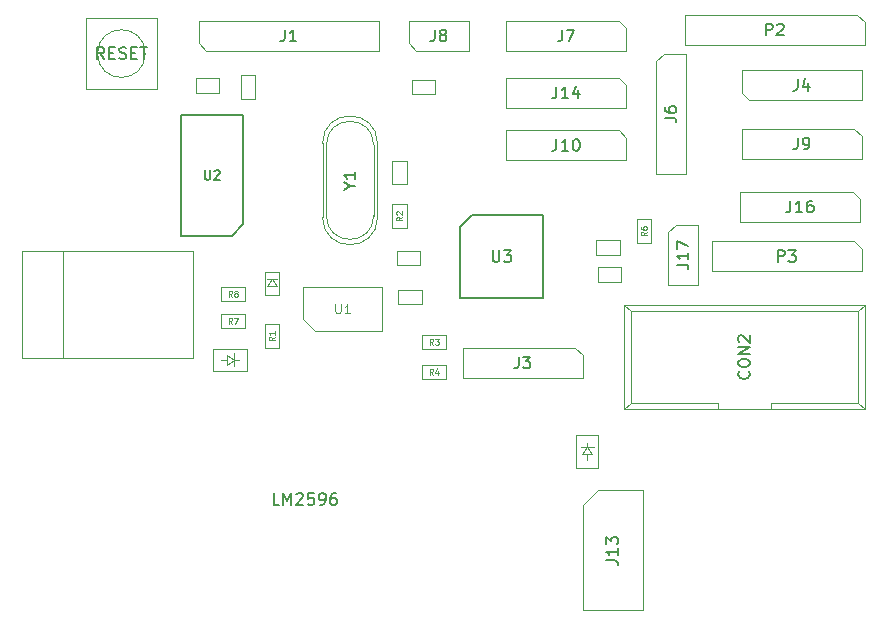
<source format=gbr>
G04 #@! TF.FileFunction,Other,Fab,Top*
%FSLAX46Y46*%
G04 Gerber Fmt 4.6, Leading zero omitted, Abs format (unit mm)*
G04 Created by KiCad (PCBNEW 4.0.2+dfsg1-stable) date Mon Nov  6 16:18:01 2017*
%MOMM*%
G01*
G04 APERTURE LIST*
%ADD10C,0.100000*%
%ADD11C,0.150000*%
%ADD12C,0.075000*%
%ADD13C,0.120000*%
G04 APERTURE END LIST*
D10*
X126492000Y-93726000D02*
X128397000Y-93726000D01*
X128397000Y-93726000D02*
X128397000Y-98806000D01*
X128397000Y-98806000D02*
X125857000Y-98806000D01*
X125857000Y-98806000D02*
X125857000Y-94361000D01*
X125857000Y-94361000D02*
X126492000Y-93726000D01*
D11*
X88899000Y-94635000D02*
X84599000Y-94635000D01*
X84599000Y-94635000D02*
X84599000Y-84435000D01*
X84599000Y-84435000D02*
X89899000Y-84435000D01*
X89899000Y-84435000D02*
X89899000Y-93635000D01*
X89899000Y-93635000D02*
X88899000Y-94635000D01*
D10*
X85868000Y-82535000D02*
X85868000Y-81295000D01*
X87868000Y-82535000D02*
X85868000Y-82535000D01*
X87868000Y-81295000D02*
X87868000Y-82535000D01*
X85868000Y-81295000D02*
X87868000Y-81295000D01*
X90917000Y-83042000D02*
X89677000Y-83042000D01*
X90917000Y-81042000D02*
X90917000Y-83042000D01*
X89677000Y-81042000D02*
X90917000Y-81042000D01*
X89677000Y-83042000D02*
X89677000Y-81042000D01*
X103744000Y-90281000D02*
X102504000Y-90281000D01*
X103744000Y-88281000D02*
X103744000Y-90281000D01*
X102504000Y-88281000D02*
X103744000Y-88281000D01*
X102504000Y-90281000D02*
X102504000Y-88281000D01*
X121777000Y-95011000D02*
X121777000Y-96251000D01*
X119777000Y-95011000D02*
X121777000Y-95011000D01*
X119777000Y-96251000D02*
X119777000Y-95011000D01*
X121777000Y-96251000D02*
X119777000Y-96251000D01*
X119904000Y-98537000D02*
X119904000Y-97297000D01*
X121904000Y-98537000D02*
X119904000Y-98537000D01*
X121904000Y-97297000D02*
X121904000Y-98537000D01*
X119904000Y-97297000D02*
X121904000Y-97297000D01*
X102886000Y-97140000D02*
X102886000Y-95900000D01*
X104886000Y-97140000D02*
X102886000Y-97140000D01*
X104886000Y-95900000D02*
X104886000Y-97140000D01*
X102886000Y-95900000D02*
X104886000Y-95900000D01*
X103013000Y-100442000D02*
X103013000Y-99202000D01*
X105013000Y-100442000D02*
X103013000Y-100442000D01*
X105013000Y-99202000D02*
X105013000Y-100442000D01*
X103013000Y-99202000D02*
X105013000Y-99202000D01*
X122154000Y-100477000D02*
X142514000Y-100477000D01*
X122694000Y-101027000D02*
X141954000Y-101027000D01*
X122154000Y-109327000D02*
X142514000Y-109327000D01*
X122694000Y-108777000D02*
X130084000Y-108777000D01*
X134584000Y-108777000D02*
X141954000Y-108777000D01*
X130084000Y-108777000D02*
X130084000Y-109327000D01*
X134584000Y-108777000D02*
X134584000Y-109327000D01*
X122154000Y-100477000D02*
X122154000Y-109327000D01*
X122694000Y-101027000D02*
X122694000Y-108777000D01*
X142514000Y-100477000D02*
X142514000Y-109327000D01*
X141954000Y-101027000D02*
X141954000Y-108777000D01*
X122154000Y-100477000D02*
X122694000Y-101027000D01*
X142514000Y-100477000D02*
X141954000Y-101027000D01*
X122154000Y-109327000D02*
X122694000Y-108777000D01*
X142514000Y-109327000D02*
X141954000Y-108777000D01*
X86106000Y-78359000D02*
X86106000Y-76454000D01*
X86106000Y-76454000D02*
X101346000Y-76454000D01*
X101346000Y-76454000D02*
X101346000Y-78994000D01*
X101346000Y-78994000D02*
X86741000Y-78994000D01*
X86741000Y-78994000D02*
X86106000Y-78359000D01*
X118618000Y-104775000D02*
X118618000Y-106680000D01*
X118618000Y-106680000D02*
X108458000Y-106680000D01*
X108458000Y-106680000D02*
X108458000Y-104140000D01*
X108458000Y-104140000D02*
X117983000Y-104140000D01*
X117983000Y-104140000D02*
X118618000Y-104775000D01*
X125476000Y-79248000D02*
X127381000Y-79248000D01*
X127381000Y-79248000D02*
X127381000Y-89408000D01*
X127381000Y-89408000D02*
X124841000Y-89408000D01*
X124841000Y-89408000D02*
X124841000Y-79883000D01*
X124841000Y-79883000D02*
X125476000Y-79248000D01*
X122301000Y-77089000D02*
X122301000Y-78994000D01*
X122301000Y-78994000D02*
X112141000Y-78994000D01*
X112141000Y-78994000D02*
X112141000Y-76454000D01*
X112141000Y-76454000D02*
X121666000Y-76454000D01*
X121666000Y-76454000D02*
X122301000Y-77089000D01*
X103886000Y-78359000D02*
X103886000Y-76454000D01*
X103886000Y-76454000D02*
X108966000Y-76454000D01*
X108966000Y-76454000D02*
X108966000Y-78994000D01*
X108966000Y-78994000D02*
X104521000Y-78994000D01*
X104521000Y-78994000D02*
X103886000Y-78359000D01*
X122301000Y-86360000D02*
X122301000Y-88265000D01*
X122301000Y-88265000D02*
X112141000Y-88265000D01*
X112141000Y-88265000D02*
X112141000Y-85725000D01*
X112141000Y-85725000D02*
X121666000Y-85725000D01*
X121666000Y-85725000D02*
X122301000Y-86360000D01*
X119888000Y-116205000D02*
X123698000Y-116205000D01*
X123698000Y-116205000D02*
X123698000Y-126365000D01*
X123698000Y-126365000D02*
X118618000Y-126365000D01*
X118618000Y-126365000D02*
X118618000Y-117475000D01*
X118618000Y-117475000D02*
X119888000Y-116205000D01*
X122301000Y-81915000D02*
X122301000Y-83820000D01*
X122301000Y-83820000D02*
X112141000Y-83820000D01*
X112141000Y-83820000D02*
X112141000Y-81280000D01*
X112141000Y-81280000D02*
X121666000Y-81280000D01*
X121666000Y-81280000D02*
X122301000Y-81915000D01*
X142113000Y-91567000D02*
X142113000Y-93472000D01*
X142113000Y-93472000D02*
X131953000Y-93472000D01*
X131953000Y-93472000D02*
X131953000Y-90932000D01*
X131953000Y-90932000D02*
X141478000Y-90932000D01*
X141478000Y-90932000D02*
X142113000Y-91567000D01*
X91709000Y-102124000D02*
X92949000Y-102124000D01*
X91709000Y-104124000D02*
X91709000Y-102124000D01*
X92949000Y-104124000D02*
X91709000Y-104124000D01*
X92949000Y-102124000D02*
X92949000Y-104124000D01*
X103744000Y-93964000D02*
X102504000Y-93964000D01*
X103744000Y-91964000D02*
X103744000Y-93964000D01*
X102504000Y-91964000D02*
X103744000Y-91964000D01*
X102504000Y-93964000D02*
X102504000Y-91964000D01*
X105045000Y-104252000D02*
X105045000Y-103012000D01*
X107045000Y-104252000D02*
X105045000Y-104252000D01*
X107045000Y-103012000D02*
X107045000Y-104252000D01*
X105045000Y-103012000D02*
X107045000Y-103012000D01*
X105045000Y-106792000D02*
X105045000Y-105552000D01*
X107045000Y-106792000D02*
X105045000Y-106792000D01*
X107045000Y-105552000D02*
X107045000Y-106792000D01*
X105045000Y-105552000D02*
X107045000Y-105552000D01*
X104156000Y-82662000D02*
X104156000Y-81422000D01*
X106156000Y-82662000D02*
X104156000Y-82662000D01*
X106156000Y-81422000D02*
X106156000Y-82662000D01*
X104156000Y-81422000D02*
X106156000Y-81422000D01*
X123205000Y-93234000D02*
X124445000Y-93234000D01*
X123205000Y-95234000D02*
X123205000Y-93234000D01*
X124445000Y-95234000D02*
X123205000Y-95234000D01*
X124445000Y-93234000D02*
X124445000Y-95234000D01*
X88027000Y-102474000D02*
X88027000Y-101234000D01*
X90027000Y-102474000D02*
X88027000Y-102474000D01*
X90027000Y-101234000D02*
X90027000Y-102474000D01*
X88027000Y-101234000D02*
X90027000Y-101234000D01*
X90027000Y-98948000D02*
X90027000Y-100188000D01*
X88027000Y-98948000D02*
X90027000Y-98948000D01*
X88027000Y-100188000D02*
X88027000Y-98948000D01*
X90027000Y-100188000D02*
X88027000Y-100188000D01*
X95948000Y-102688000D02*
X94948000Y-101688000D01*
X95948000Y-102688000D02*
X101648000Y-102688000D01*
X94948000Y-101688000D02*
X94948000Y-98988000D01*
X101648000Y-102688000D02*
X101648000Y-98988000D01*
X94948000Y-98988000D02*
X101648000Y-98988000D01*
D11*
X109260000Y-92893000D02*
X115260000Y-92893000D01*
X115260000Y-92893000D02*
X115260000Y-99893000D01*
X115260000Y-99893000D02*
X108260000Y-99893000D01*
X108260000Y-99893000D02*
X108260000Y-93893000D01*
X108260000Y-93893000D02*
X109260000Y-92893000D01*
D10*
X101258000Y-86818000D02*
X101258000Y-93068000D01*
X96608000Y-86818000D02*
X96608000Y-93068000D01*
X100933000Y-86943000D02*
X100933000Y-92943000D01*
X96933000Y-86943000D02*
X96933000Y-92943000D01*
X96608000Y-86818000D02*
G75*
G02X101258000Y-86818000I2325000J0D01*
G01*
X96608000Y-93068000D02*
G75*
G03X101258000Y-93068000I2325000J0D01*
G01*
X96933000Y-86943000D02*
G75*
G02X100933000Y-86943000I2000000J0D01*
G01*
X96933000Y-92943000D02*
G75*
G03X100933000Y-92943000I2000000J0D01*
G01*
X92729000Y-98279000D02*
X91929000Y-98279000D01*
X92329000Y-98279000D02*
X92729000Y-98879000D01*
X91929000Y-98879000D02*
X92329000Y-98279000D01*
X92729000Y-98879000D02*
X91929000Y-98879000D01*
X91729000Y-99679000D02*
X91729000Y-97679000D01*
X92929000Y-99679000D02*
X91729000Y-99679000D01*
X92929000Y-97679000D02*
X92929000Y-99679000D01*
X91729000Y-97679000D02*
X92929000Y-97679000D01*
X118999000Y-113153000D02*
X118999000Y-113653000D01*
X118599000Y-113153000D02*
X118999000Y-112553000D01*
X119399000Y-113153000D02*
X118599000Y-113153000D01*
X118999000Y-112553000D02*
X119399000Y-113153000D01*
X118999000Y-112553000D02*
X118449000Y-112553000D01*
X118999000Y-112553000D02*
X119549000Y-112553000D01*
X118999000Y-112153000D02*
X118999000Y-112553000D01*
X118099000Y-111503000D02*
X119899000Y-111503000D01*
X118099000Y-114303000D02*
X118099000Y-111503000D01*
X119899000Y-114303000D02*
X118099000Y-114303000D01*
X119899000Y-111503000D02*
X119899000Y-114303000D01*
X74636000Y-95957000D02*
X74636000Y-104957000D01*
X71136000Y-95957000D02*
X71136000Y-104957000D01*
X71136000Y-104957000D02*
X85636000Y-104957000D01*
X85636000Y-104957000D02*
X85636000Y-95957000D01*
X85636000Y-95957000D02*
X71136000Y-95957000D01*
X132080000Y-82550000D02*
X132080000Y-80645000D01*
X132080000Y-80645000D02*
X142240000Y-80645000D01*
X142240000Y-80645000D02*
X142240000Y-83185000D01*
X142240000Y-83185000D02*
X132715000Y-83185000D01*
X132715000Y-83185000D02*
X132080000Y-82550000D01*
X142240000Y-86233000D02*
X142240000Y-88138000D01*
X142240000Y-88138000D02*
X132080000Y-88138000D01*
X132080000Y-88138000D02*
X132080000Y-85598000D01*
X132080000Y-85598000D02*
X141605000Y-85598000D01*
X141605000Y-85598000D02*
X142240000Y-86233000D01*
X79577000Y-76212000D02*
X82577000Y-76212000D01*
X82577000Y-76212000D02*
X82577000Y-82212000D01*
X82577000Y-82212000D02*
X76577000Y-82212000D01*
X76577000Y-82212000D02*
X76577000Y-76212000D01*
X76577000Y-76212000D02*
X79577000Y-76212000D01*
X81592564Y-79212000D02*
G75*
G03X81592564Y-79212000I-2015564J0D01*
G01*
X88523000Y-105156000D02*
X88023000Y-105156000D01*
X88523000Y-104756000D02*
X89123000Y-105156000D01*
X88523000Y-105556000D02*
X88523000Y-104756000D01*
X89123000Y-105156000D02*
X88523000Y-105556000D01*
X89123000Y-105156000D02*
X89123000Y-104606000D01*
X89123000Y-105156000D02*
X89123000Y-105706000D01*
X89523000Y-105156000D02*
X89123000Y-105156000D01*
X90173000Y-104256000D02*
X90173000Y-106056000D01*
X87373000Y-104256000D02*
X90173000Y-104256000D01*
X87373000Y-106056000D02*
X87373000Y-104256000D01*
X90173000Y-106056000D02*
X87373000Y-106056000D01*
X142494000Y-76581000D02*
X142494000Y-78486000D01*
X142494000Y-78486000D02*
X127254000Y-78486000D01*
X127254000Y-78486000D02*
X127254000Y-75946000D01*
X127254000Y-75946000D02*
X141859000Y-75946000D01*
X141859000Y-75946000D02*
X142494000Y-76581000D01*
X142240000Y-95758000D02*
X142240000Y-97663000D01*
X142240000Y-97663000D02*
X129540000Y-97663000D01*
X129540000Y-97663000D02*
X129540000Y-95123000D01*
X129540000Y-95123000D02*
X141605000Y-95123000D01*
X141605000Y-95123000D02*
X142240000Y-95758000D01*
D11*
X92956334Y-117419381D02*
X92480143Y-117419381D01*
X92480143Y-116419381D01*
X93289667Y-117419381D02*
X93289667Y-116419381D01*
X93623001Y-117133667D01*
X93956334Y-116419381D01*
X93956334Y-117419381D01*
X94384905Y-116514619D02*
X94432524Y-116467000D01*
X94527762Y-116419381D01*
X94765858Y-116419381D01*
X94861096Y-116467000D01*
X94908715Y-116514619D01*
X94956334Y-116609857D01*
X94956334Y-116705095D01*
X94908715Y-116847952D01*
X94337286Y-117419381D01*
X94956334Y-117419381D01*
X95861096Y-116419381D02*
X95384905Y-116419381D01*
X95337286Y-116895571D01*
X95384905Y-116847952D01*
X95480143Y-116800333D01*
X95718239Y-116800333D01*
X95813477Y-116847952D01*
X95861096Y-116895571D01*
X95908715Y-116990810D01*
X95908715Y-117228905D01*
X95861096Y-117324143D01*
X95813477Y-117371762D01*
X95718239Y-117419381D01*
X95480143Y-117419381D01*
X95384905Y-117371762D01*
X95337286Y-117324143D01*
X96384905Y-117419381D02*
X96575381Y-117419381D01*
X96670620Y-117371762D01*
X96718239Y-117324143D01*
X96813477Y-117181286D01*
X96861096Y-116990810D01*
X96861096Y-116609857D01*
X96813477Y-116514619D01*
X96765858Y-116467000D01*
X96670620Y-116419381D01*
X96480143Y-116419381D01*
X96384905Y-116467000D01*
X96337286Y-116514619D01*
X96289667Y-116609857D01*
X96289667Y-116847952D01*
X96337286Y-116943190D01*
X96384905Y-116990810D01*
X96480143Y-117038429D01*
X96670620Y-117038429D01*
X96765858Y-116990810D01*
X96813477Y-116943190D01*
X96861096Y-116847952D01*
X97718239Y-116419381D02*
X97527762Y-116419381D01*
X97432524Y-116467000D01*
X97384905Y-116514619D01*
X97289667Y-116657476D01*
X97242048Y-116847952D01*
X97242048Y-117228905D01*
X97289667Y-117324143D01*
X97337286Y-117371762D01*
X97432524Y-117419381D01*
X97623001Y-117419381D01*
X97718239Y-117371762D01*
X97765858Y-117324143D01*
X97813477Y-117228905D01*
X97813477Y-116990810D01*
X97765858Y-116895571D01*
X97718239Y-116847952D01*
X97623001Y-116800333D01*
X97432524Y-116800333D01*
X97337286Y-116847952D01*
X97289667Y-116895571D01*
X97242048Y-116990810D01*
X126579381Y-97075523D02*
X127293667Y-97075523D01*
X127436524Y-97123143D01*
X127531762Y-97218381D01*
X127579381Y-97361238D01*
X127579381Y-97456476D01*
X127579381Y-96075523D02*
X127579381Y-96646952D01*
X127579381Y-96361238D02*
X126579381Y-96361238D01*
X126722238Y-96456476D01*
X126817476Y-96551714D01*
X126865095Y-96646952D01*
X126579381Y-95742190D02*
X126579381Y-95075523D01*
X127579381Y-95504095D01*
X86639476Y-89096905D02*
X86639476Y-89744524D01*
X86677571Y-89820714D01*
X86715667Y-89858810D01*
X86791857Y-89896905D01*
X86944238Y-89896905D01*
X87020429Y-89858810D01*
X87058524Y-89820714D01*
X87096619Y-89744524D01*
X87096619Y-89096905D01*
X87439476Y-89173095D02*
X87477571Y-89135000D01*
X87553762Y-89096905D01*
X87744238Y-89096905D01*
X87820428Y-89135000D01*
X87858524Y-89173095D01*
X87896619Y-89249286D01*
X87896619Y-89325476D01*
X87858524Y-89439762D01*
X87401381Y-89896905D01*
X87896619Y-89896905D01*
X132691143Y-106116285D02*
X132738762Y-106163904D01*
X132786381Y-106306761D01*
X132786381Y-106401999D01*
X132738762Y-106544857D01*
X132643524Y-106640095D01*
X132548286Y-106687714D01*
X132357810Y-106735333D01*
X132214952Y-106735333D01*
X132024476Y-106687714D01*
X131929238Y-106640095D01*
X131834000Y-106544857D01*
X131786381Y-106401999D01*
X131786381Y-106306761D01*
X131834000Y-106163904D01*
X131881619Y-106116285D01*
X131786381Y-105497238D02*
X131786381Y-105306761D01*
X131834000Y-105211523D01*
X131929238Y-105116285D01*
X132119714Y-105068666D01*
X132453048Y-105068666D01*
X132643524Y-105116285D01*
X132738762Y-105211523D01*
X132786381Y-105306761D01*
X132786381Y-105497238D01*
X132738762Y-105592476D01*
X132643524Y-105687714D01*
X132453048Y-105735333D01*
X132119714Y-105735333D01*
X131929238Y-105687714D01*
X131834000Y-105592476D01*
X131786381Y-105497238D01*
X132786381Y-104640095D02*
X131786381Y-104640095D01*
X132786381Y-104068666D01*
X131786381Y-104068666D01*
X131881619Y-103640095D02*
X131834000Y-103592476D01*
X131786381Y-103497238D01*
X131786381Y-103259142D01*
X131834000Y-103163904D01*
X131881619Y-103116285D01*
X131976857Y-103068666D01*
X132072095Y-103068666D01*
X132214952Y-103116285D01*
X132786381Y-103687714D01*
X132786381Y-103068666D01*
X93392667Y-77176381D02*
X93392667Y-77890667D01*
X93345047Y-78033524D01*
X93249809Y-78128762D01*
X93106952Y-78176381D01*
X93011714Y-78176381D01*
X94392667Y-78176381D02*
X93821238Y-78176381D01*
X94106952Y-78176381D02*
X94106952Y-77176381D01*
X94011714Y-77319238D01*
X93916476Y-77414476D01*
X93821238Y-77462095D01*
X113204667Y-104862381D02*
X113204667Y-105576667D01*
X113157047Y-105719524D01*
X113061809Y-105814762D01*
X112918952Y-105862381D01*
X112823714Y-105862381D01*
X113585619Y-104862381D02*
X114204667Y-104862381D01*
X113871333Y-105243333D01*
X114014191Y-105243333D01*
X114109429Y-105290952D01*
X114157048Y-105338571D01*
X114204667Y-105433810D01*
X114204667Y-105671905D01*
X114157048Y-105767143D01*
X114109429Y-105814762D01*
X114014191Y-105862381D01*
X113728476Y-105862381D01*
X113633238Y-105814762D01*
X113585619Y-105767143D01*
X125563381Y-84661333D02*
X126277667Y-84661333D01*
X126420524Y-84708953D01*
X126515762Y-84804191D01*
X126563381Y-84947048D01*
X126563381Y-85042286D01*
X125563381Y-83756571D02*
X125563381Y-83947048D01*
X125611000Y-84042286D01*
X125658619Y-84089905D01*
X125801476Y-84185143D01*
X125991952Y-84232762D01*
X126372905Y-84232762D01*
X126468143Y-84185143D01*
X126515762Y-84137524D01*
X126563381Y-84042286D01*
X126563381Y-83851809D01*
X126515762Y-83756571D01*
X126468143Y-83708952D01*
X126372905Y-83661333D01*
X126134810Y-83661333D01*
X126039571Y-83708952D01*
X125991952Y-83756571D01*
X125944333Y-83851809D01*
X125944333Y-84042286D01*
X125991952Y-84137524D01*
X126039571Y-84185143D01*
X126134810Y-84232762D01*
X116887667Y-77176381D02*
X116887667Y-77890667D01*
X116840047Y-78033524D01*
X116744809Y-78128762D01*
X116601952Y-78176381D01*
X116506714Y-78176381D01*
X117268619Y-77176381D02*
X117935286Y-77176381D01*
X117506714Y-78176381D01*
X106092667Y-77176381D02*
X106092667Y-77890667D01*
X106045047Y-78033524D01*
X105949809Y-78128762D01*
X105806952Y-78176381D01*
X105711714Y-78176381D01*
X106711714Y-77604952D02*
X106616476Y-77557333D01*
X106568857Y-77509714D01*
X106521238Y-77414476D01*
X106521238Y-77366857D01*
X106568857Y-77271619D01*
X106616476Y-77224000D01*
X106711714Y-77176381D01*
X106902191Y-77176381D01*
X106997429Y-77224000D01*
X107045048Y-77271619D01*
X107092667Y-77366857D01*
X107092667Y-77414476D01*
X107045048Y-77509714D01*
X106997429Y-77557333D01*
X106902191Y-77604952D01*
X106711714Y-77604952D01*
X106616476Y-77652571D01*
X106568857Y-77700190D01*
X106521238Y-77795429D01*
X106521238Y-77985905D01*
X106568857Y-78081143D01*
X106616476Y-78128762D01*
X106711714Y-78176381D01*
X106902191Y-78176381D01*
X106997429Y-78128762D01*
X107045048Y-78081143D01*
X107092667Y-77985905D01*
X107092667Y-77795429D01*
X107045048Y-77700190D01*
X106997429Y-77652571D01*
X106902191Y-77604952D01*
X116411477Y-86447381D02*
X116411477Y-87161667D01*
X116363857Y-87304524D01*
X116268619Y-87399762D01*
X116125762Y-87447381D01*
X116030524Y-87447381D01*
X117411477Y-87447381D02*
X116840048Y-87447381D01*
X117125762Y-87447381D02*
X117125762Y-86447381D01*
X117030524Y-86590238D01*
X116935286Y-86685476D01*
X116840048Y-86733095D01*
X118030524Y-86447381D02*
X118125763Y-86447381D01*
X118221001Y-86495000D01*
X118268620Y-86542619D01*
X118316239Y-86637857D01*
X118363858Y-86828333D01*
X118363858Y-87066429D01*
X118316239Y-87256905D01*
X118268620Y-87352143D01*
X118221001Y-87399762D01*
X118125763Y-87447381D01*
X118030524Y-87447381D01*
X117935286Y-87399762D01*
X117887667Y-87352143D01*
X117840048Y-87256905D01*
X117792429Y-87066429D01*
X117792429Y-86828333D01*
X117840048Y-86637857D01*
X117887667Y-86542619D01*
X117935286Y-86495000D01*
X118030524Y-86447381D01*
X120610381Y-122094523D02*
X121324667Y-122094523D01*
X121467524Y-122142143D01*
X121562762Y-122237381D01*
X121610381Y-122380238D01*
X121610381Y-122475476D01*
X121610381Y-121094523D02*
X121610381Y-121665952D01*
X121610381Y-121380238D02*
X120610381Y-121380238D01*
X120753238Y-121475476D01*
X120848476Y-121570714D01*
X120896095Y-121665952D01*
X120610381Y-120761190D02*
X120610381Y-120142142D01*
X120991333Y-120475476D01*
X120991333Y-120332618D01*
X121038952Y-120237380D01*
X121086571Y-120189761D01*
X121181810Y-120142142D01*
X121419905Y-120142142D01*
X121515143Y-120189761D01*
X121562762Y-120237380D01*
X121610381Y-120332618D01*
X121610381Y-120618333D01*
X121562762Y-120713571D01*
X121515143Y-120761190D01*
X116411477Y-82002381D02*
X116411477Y-82716667D01*
X116363857Y-82859524D01*
X116268619Y-82954762D01*
X116125762Y-83002381D01*
X116030524Y-83002381D01*
X117411477Y-83002381D02*
X116840048Y-83002381D01*
X117125762Y-83002381D02*
X117125762Y-82002381D01*
X117030524Y-82145238D01*
X116935286Y-82240476D01*
X116840048Y-82288095D01*
X118268620Y-82335714D02*
X118268620Y-83002381D01*
X118030524Y-81954762D02*
X117792429Y-82669048D01*
X118411477Y-82669048D01*
X136223477Y-91654381D02*
X136223477Y-92368667D01*
X136175857Y-92511524D01*
X136080619Y-92606762D01*
X135937762Y-92654381D01*
X135842524Y-92654381D01*
X137223477Y-92654381D02*
X136652048Y-92654381D01*
X136937762Y-92654381D02*
X136937762Y-91654381D01*
X136842524Y-91797238D01*
X136747286Y-91892476D01*
X136652048Y-91940095D01*
X138080620Y-91654381D02*
X137890143Y-91654381D01*
X137794905Y-91702000D01*
X137747286Y-91749619D01*
X137652048Y-91892476D01*
X137604429Y-92082952D01*
X137604429Y-92463905D01*
X137652048Y-92559143D01*
X137699667Y-92606762D01*
X137794905Y-92654381D01*
X137985382Y-92654381D01*
X138080620Y-92606762D01*
X138128239Y-92559143D01*
X138175858Y-92463905D01*
X138175858Y-92225810D01*
X138128239Y-92130571D01*
X138080620Y-92082952D01*
X137985382Y-92035333D01*
X137794905Y-92035333D01*
X137699667Y-92082952D01*
X137652048Y-92130571D01*
X137604429Y-92225810D01*
D12*
X92555190Y-103207333D02*
X92317095Y-103374000D01*
X92555190Y-103493047D02*
X92055190Y-103493047D01*
X92055190Y-103302571D01*
X92079000Y-103254952D01*
X92102810Y-103231143D01*
X92150429Y-103207333D01*
X92221857Y-103207333D01*
X92269476Y-103231143D01*
X92293286Y-103254952D01*
X92317095Y-103302571D01*
X92317095Y-103493047D01*
X92555190Y-102731143D02*
X92555190Y-103016857D01*
X92555190Y-102874000D02*
X92055190Y-102874000D01*
X92126619Y-102921619D01*
X92174238Y-102969238D01*
X92198048Y-103016857D01*
X103350190Y-93047333D02*
X103112095Y-93214000D01*
X103350190Y-93333047D02*
X102850190Y-93333047D01*
X102850190Y-93142571D01*
X102874000Y-93094952D01*
X102897810Y-93071143D01*
X102945429Y-93047333D01*
X103016857Y-93047333D01*
X103064476Y-93071143D01*
X103088286Y-93094952D01*
X103112095Y-93142571D01*
X103112095Y-93333047D01*
X102897810Y-92856857D02*
X102874000Y-92833047D01*
X102850190Y-92785428D01*
X102850190Y-92666381D01*
X102874000Y-92618762D01*
X102897810Y-92594952D01*
X102945429Y-92571143D01*
X102993048Y-92571143D01*
X103064476Y-92594952D01*
X103350190Y-92880666D01*
X103350190Y-92571143D01*
X105961667Y-103858190D02*
X105795000Y-103620095D01*
X105675953Y-103858190D02*
X105675953Y-103358190D01*
X105866429Y-103358190D01*
X105914048Y-103382000D01*
X105937857Y-103405810D01*
X105961667Y-103453429D01*
X105961667Y-103524857D01*
X105937857Y-103572476D01*
X105914048Y-103596286D01*
X105866429Y-103620095D01*
X105675953Y-103620095D01*
X106128334Y-103358190D02*
X106437857Y-103358190D01*
X106271191Y-103548667D01*
X106342619Y-103548667D01*
X106390238Y-103572476D01*
X106414048Y-103596286D01*
X106437857Y-103643905D01*
X106437857Y-103762952D01*
X106414048Y-103810571D01*
X106390238Y-103834381D01*
X106342619Y-103858190D01*
X106199762Y-103858190D01*
X106152143Y-103834381D01*
X106128334Y-103810571D01*
X105961667Y-106398190D02*
X105795000Y-106160095D01*
X105675953Y-106398190D02*
X105675953Y-105898190D01*
X105866429Y-105898190D01*
X105914048Y-105922000D01*
X105937857Y-105945810D01*
X105961667Y-105993429D01*
X105961667Y-106064857D01*
X105937857Y-106112476D01*
X105914048Y-106136286D01*
X105866429Y-106160095D01*
X105675953Y-106160095D01*
X106390238Y-106064857D02*
X106390238Y-106398190D01*
X106271191Y-105874381D02*
X106152143Y-106231524D01*
X106461667Y-106231524D01*
X124051190Y-94317333D02*
X123813095Y-94484000D01*
X124051190Y-94603047D02*
X123551190Y-94603047D01*
X123551190Y-94412571D01*
X123575000Y-94364952D01*
X123598810Y-94341143D01*
X123646429Y-94317333D01*
X123717857Y-94317333D01*
X123765476Y-94341143D01*
X123789286Y-94364952D01*
X123813095Y-94412571D01*
X123813095Y-94603047D01*
X123551190Y-93888762D02*
X123551190Y-93984000D01*
X123575000Y-94031619D01*
X123598810Y-94055428D01*
X123670238Y-94103047D01*
X123765476Y-94126857D01*
X123955952Y-94126857D01*
X124003571Y-94103047D01*
X124027381Y-94079238D01*
X124051190Y-94031619D01*
X124051190Y-93936381D01*
X124027381Y-93888762D01*
X124003571Y-93864952D01*
X123955952Y-93841143D01*
X123836905Y-93841143D01*
X123789286Y-93864952D01*
X123765476Y-93888762D01*
X123741667Y-93936381D01*
X123741667Y-94031619D01*
X123765476Y-94079238D01*
X123789286Y-94103047D01*
X123836905Y-94126857D01*
X88943667Y-102080190D02*
X88777000Y-101842095D01*
X88657953Y-102080190D02*
X88657953Y-101580190D01*
X88848429Y-101580190D01*
X88896048Y-101604000D01*
X88919857Y-101627810D01*
X88943667Y-101675429D01*
X88943667Y-101746857D01*
X88919857Y-101794476D01*
X88896048Y-101818286D01*
X88848429Y-101842095D01*
X88657953Y-101842095D01*
X89110334Y-101580190D02*
X89443667Y-101580190D01*
X89229381Y-102080190D01*
X88943667Y-99794190D02*
X88777000Y-99556095D01*
X88657953Y-99794190D02*
X88657953Y-99294190D01*
X88848429Y-99294190D01*
X88896048Y-99318000D01*
X88919857Y-99341810D01*
X88943667Y-99389429D01*
X88943667Y-99460857D01*
X88919857Y-99508476D01*
X88896048Y-99532286D01*
X88848429Y-99556095D01*
X88657953Y-99556095D01*
X89229381Y-99508476D02*
X89181762Y-99484667D01*
X89157953Y-99460857D01*
X89134143Y-99413238D01*
X89134143Y-99389429D01*
X89157953Y-99341810D01*
X89181762Y-99318000D01*
X89229381Y-99294190D01*
X89324619Y-99294190D01*
X89372238Y-99318000D01*
X89396048Y-99341810D01*
X89419857Y-99389429D01*
X89419857Y-99413238D01*
X89396048Y-99460857D01*
X89372238Y-99484667D01*
X89324619Y-99508476D01*
X89229381Y-99508476D01*
X89181762Y-99532286D01*
X89157953Y-99556095D01*
X89134143Y-99603714D01*
X89134143Y-99698952D01*
X89157953Y-99746571D01*
X89181762Y-99770381D01*
X89229381Y-99794190D01*
X89324619Y-99794190D01*
X89372238Y-99770381D01*
X89396048Y-99746571D01*
X89419857Y-99698952D01*
X89419857Y-99603714D01*
X89396048Y-99556095D01*
X89372238Y-99532286D01*
X89324619Y-99508476D01*
D13*
X97688476Y-100399905D02*
X97688476Y-101047524D01*
X97726571Y-101123714D01*
X97764667Y-101161810D01*
X97840857Y-101199905D01*
X97993238Y-101199905D01*
X98069429Y-101161810D01*
X98107524Y-101123714D01*
X98145619Y-101047524D01*
X98145619Y-100399905D01*
X98945619Y-101199905D02*
X98488476Y-101199905D01*
X98717047Y-101199905D02*
X98717047Y-100399905D01*
X98640857Y-100514190D01*
X98564666Y-100590381D01*
X98488476Y-100628476D01*
D11*
X110998095Y-95845381D02*
X110998095Y-96654905D01*
X111045714Y-96750143D01*
X111093333Y-96797762D01*
X111188571Y-96845381D01*
X111379048Y-96845381D01*
X111474286Y-96797762D01*
X111521905Y-96750143D01*
X111569524Y-96654905D01*
X111569524Y-95845381D01*
X111950476Y-95845381D02*
X112569524Y-95845381D01*
X112236190Y-96226333D01*
X112379048Y-96226333D01*
X112474286Y-96273952D01*
X112521905Y-96321571D01*
X112569524Y-96416810D01*
X112569524Y-96654905D01*
X112521905Y-96750143D01*
X112474286Y-96797762D01*
X112379048Y-96845381D01*
X112093333Y-96845381D01*
X111998095Y-96797762D01*
X111950476Y-96750143D01*
X98909190Y-90419191D02*
X99385381Y-90419191D01*
X98385381Y-90752524D02*
X98909190Y-90419191D01*
X98385381Y-90085857D01*
X99385381Y-89228714D02*
X99385381Y-89800143D01*
X99385381Y-89514429D02*
X98385381Y-89514429D01*
X98528238Y-89609667D01*
X98623476Y-89704905D01*
X98671095Y-89800143D01*
X136826667Y-81367381D02*
X136826667Y-82081667D01*
X136779047Y-82224524D01*
X136683809Y-82319762D01*
X136540952Y-82367381D01*
X136445714Y-82367381D01*
X137731429Y-81700714D02*
X137731429Y-82367381D01*
X137493333Y-81319762D02*
X137255238Y-82034048D01*
X137874286Y-82034048D01*
X136826667Y-86320381D02*
X136826667Y-87034667D01*
X136779047Y-87177524D01*
X136683809Y-87272762D01*
X136540952Y-87320381D01*
X136445714Y-87320381D01*
X137350476Y-87320381D02*
X137540952Y-87320381D01*
X137636191Y-87272762D01*
X137683810Y-87225143D01*
X137779048Y-87082286D01*
X137826667Y-86891810D01*
X137826667Y-86510857D01*
X137779048Y-86415619D01*
X137731429Y-86368000D01*
X137636191Y-86320381D01*
X137445714Y-86320381D01*
X137350476Y-86368000D01*
X137302857Y-86415619D01*
X137255238Y-86510857D01*
X137255238Y-86748952D01*
X137302857Y-86844190D01*
X137350476Y-86891810D01*
X137445714Y-86939429D01*
X137636191Y-86939429D01*
X137731429Y-86891810D01*
X137779048Y-86844190D01*
X137826667Y-86748952D01*
X78124619Y-79664381D02*
X77791285Y-79188190D01*
X77553190Y-79664381D02*
X77553190Y-78664381D01*
X77934143Y-78664381D01*
X78029381Y-78712000D01*
X78077000Y-78759619D01*
X78124619Y-78854857D01*
X78124619Y-78997714D01*
X78077000Y-79092952D01*
X78029381Y-79140571D01*
X77934143Y-79188190D01*
X77553190Y-79188190D01*
X78553190Y-79140571D02*
X78886524Y-79140571D01*
X79029381Y-79664381D02*
X78553190Y-79664381D01*
X78553190Y-78664381D01*
X79029381Y-78664381D01*
X79410333Y-79616762D02*
X79553190Y-79664381D01*
X79791286Y-79664381D01*
X79886524Y-79616762D01*
X79934143Y-79569143D01*
X79981762Y-79473905D01*
X79981762Y-79378667D01*
X79934143Y-79283429D01*
X79886524Y-79235810D01*
X79791286Y-79188190D01*
X79600809Y-79140571D01*
X79505571Y-79092952D01*
X79457952Y-79045333D01*
X79410333Y-78950095D01*
X79410333Y-78854857D01*
X79457952Y-78759619D01*
X79505571Y-78712000D01*
X79600809Y-78664381D01*
X79838905Y-78664381D01*
X79981762Y-78712000D01*
X80410333Y-79140571D02*
X80743667Y-79140571D01*
X80886524Y-79664381D02*
X80410333Y-79664381D01*
X80410333Y-78664381D01*
X80886524Y-78664381D01*
X81172238Y-78664381D02*
X81743667Y-78664381D01*
X81457952Y-79664381D02*
X81457952Y-78664381D01*
X134135905Y-77668381D02*
X134135905Y-76668381D01*
X134516858Y-76668381D01*
X134612096Y-76716000D01*
X134659715Y-76763619D01*
X134707334Y-76858857D01*
X134707334Y-77001714D01*
X134659715Y-77096952D01*
X134612096Y-77144571D01*
X134516858Y-77192190D01*
X134135905Y-77192190D01*
X135088286Y-76763619D02*
X135135905Y-76716000D01*
X135231143Y-76668381D01*
X135469239Y-76668381D01*
X135564477Y-76716000D01*
X135612096Y-76763619D01*
X135659715Y-76858857D01*
X135659715Y-76954095D01*
X135612096Y-77096952D01*
X135040667Y-77668381D01*
X135659715Y-77668381D01*
X135151905Y-96845381D02*
X135151905Y-95845381D01*
X135532858Y-95845381D01*
X135628096Y-95893000D01*
X135675715Y-95940619D01*
X135723334Y-96035857D01*
X135723334Y-96178714D01*
X135675715Y-96273952D01*
X135628096Y-96321571D01*
X135532858Y-96369190D01*
X135151905Y-96369190D01*
X136056667Y-95845381D02*
X136675715Y-95845381D01*
X136342381Y-96226333D01*
X136485239Y-96226333D01*
X136580477Y-96273952D01*
X136628096Y-96321571D01*
X136675715Y-96416810D01*
X136675715Y-96654905D01*
X136628096Y-96750143D01*
X136580477Y-96797762D01*
X136485239Y-96845381D01*
X136199524Y-96845381D01*
X136104286Y-96797762D01*
X136056667Y-96750143D01*
M02*

</source>
